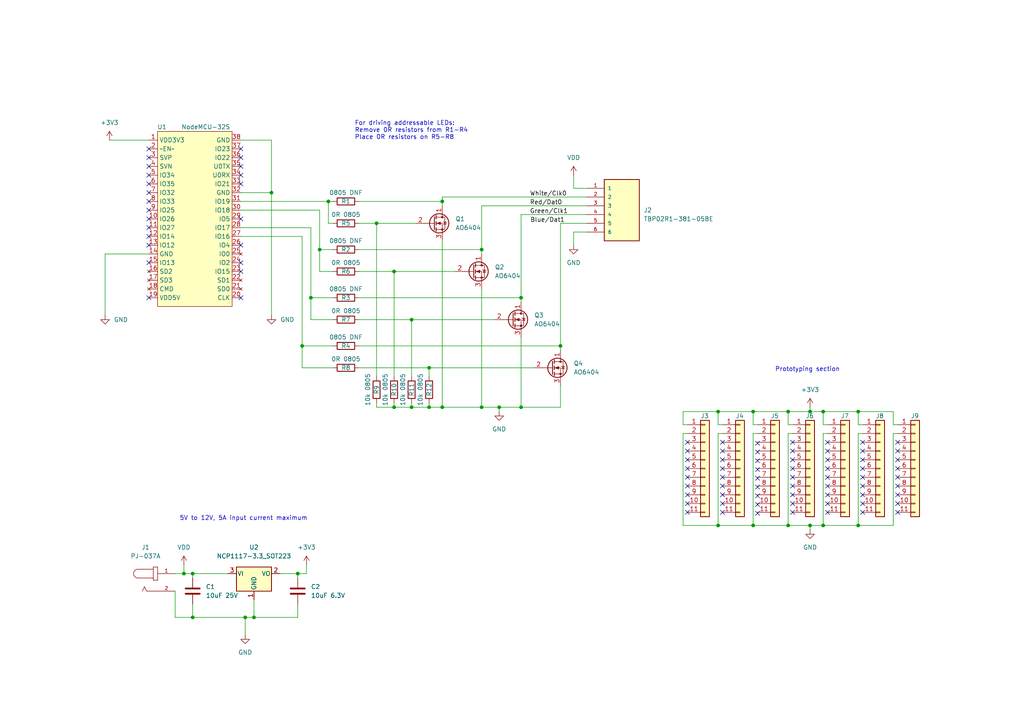
<source format=kicad_sch>
(kicad_sch (version 20211123) (generator eeschema)
  (paper "A4")
  (title_block (title "ESP32 LED driver board") (date "2022-01-01") (rev "1") (company "Matt Callaghan"))
  (lib_symbols
    (symbol "AO6404_1" (pin_names hide)
      (property "Reference" "Q" (at 5.08 2.54 0))
      (property "Value" "AO6404_1" (at 5.08 0 0))
      (symbol "AO6404_1_0_1"
        (circle (center -0.889 0) (radius 2.794) (stroke (width 0.254)))
        (circle (center 0 -1.778) (radius 0.254) (fill (type outline)))
        (polyline (pts (xy -2.286 0) (xy -5.08 0)))
        (polyline (pts (xy -2.286 1.905) (xy -2.286 -1.905)) (stroke (width 0.254)))
        (polyline (pts (xy -1.778 -1.27) (xy -1.778 -2.286)) (stroke (width 0.254)))
        (polyline (pts (xy -1.778 0.508) (xy -1.778 -0.508)) (stroke (width 0.254)))
        (polyline (pts (xy -1.778 2.286) (xy -1.778 1.27)) (stroke (width 0.254)))
        (polyline (pts (xy 0 2.54) (xy 0 1.778)))
        (polyline (pts (xy 0 -2.54) (xy 0 0) (xy -1.778 0)))
        (polyline (pts (xy -1.778 -1.778) (xy 0.762 -1.778) (xy 0.762 1.778) (xy -1.778 1.778)))
        (polyline (pts (xy -1.524 0) (xy -0.508 0.381) (xy -0.508 -0.381) (xy -1.524 0)) (fill (type outline)))
        (polyline (pts (xy 0.254 0.508) (xy 0.381 0.381) (xy 1.143 0.381) (xy 1.27 0.254)))
        (polyline (pts (xy 0.762 0.381) (xy 0.381 -0.254) (xy 1.143 -0.254) (xy 0.762 0.381)))
        (circle (center 0 1.778) (radius 0.254) (fill (type outline)))
      )
      (symbol "AO6404_1_1_1"
        (pin passive line (at 0 5.08 270) (length 2.54) (name "D") (number "1"))
        (pin input line (at -7.62 0 0) (length 2.54) (name "G") (number "2"))
        (pin passive line (at 0 -5.08 90) (length 2.54) (name "S") (number "3"))
      )
    )
    (symbol "Connector_Generic:Conn_01x11" (pin_names (offset 1.016) hide)
      (property "Reference" "J" (at 0 15.24 0))
      (property "Value" "Conn_01x11" (at 0 -15.24 0))
      (symbol "Conn_01x11_1_1"
        (rectangle (start -1.27 -12.573) (end 0 -12.827) (stroke (width 0.1524)))
        (rectangle (start -1.27 -10.033) (end 0 -10.287) (stroke (width 0.1524)))
        (rectangle (start -1.27 -7.493) (end 0 -7.747) (stroke (width 0.1524)))
        (rectangle (start -1.27 -4.953) (end 0 -5.207) (stroke (width 0.1524)))
        (rectangle (start -1.27 -2.413) (end 0 -2.667) (stroke (width 0.1524)))
        (rectangle (start -1.27 0.127) (end 0 -0.127) (stroke (width 0.1524)))
        (rectangle (start -1.27 2.667) (end 0 2.413) (stroke (width 0.1524)))
        (rectangle (start -1.27 5.207) (end 0 4.953) (stroke (width 0.1524)))
        (rectangle (start -1.27 7.747) (end 0 7.493) (stroke (width 0.1524)))
        (rectangle (start -1.27 10.287) (end 0 10.033) (stroke (width 0.1524)))
        (rectangle (start -1.27 12.827) (end 0 12.573) (stroke (width 0.1524)))
        (rectangle (start -1.27 13.97) (end 1.27 -13.97) (stroke (width 0.254)) (fill (type background)))
        (pin passive line (at -5.08 12.7 0) (length 3.81) (name "Pin_1") (number "1"))
        (pin passive line (at -5.08 -10.16 0) (length 3.81) (name "Pin_10") (number "10"))
        (pin passive line (at -5.08 -12.7 0) (length 3.81) (name "Pin_11") (number "11"))
        (pin passive line (at -5.08 10.16 0) (length 3.81) (name "Pin_2") (number "2"))
        (pin passive line (at -5.08 7.62 0) (length 3.81) (name "Pin_3") (number "3"))
        (pin passive line (at -5.08 5.08 0) (length 3.81) (name "Pin_4") (number "4"))
        (pin passive line (at -5.08 2.54 0) (length 3.81) (name "Pin_5") (number "5"))
        (pin passive line (at -5.08 0 0) (length 3.81) (name "Pin_6") (number "6"))
        (pin passive line (at -5.08 -2.54 0) (length 3.81) (name "Pin_7") (number "7"))
        (pin passive line (at -5.08 -5.08 0) (length 3.81) (name "Pin_8") (number "8"))
        (pin passive line (at -5.08 -7.62 0) (length 3.81) (name "Pin_9") (number "9"))
      )
    )
    (symbol "Device:C" (pin_numbers hide) (pin_names (offset 0.254))
      (property "Reference" "C" (at 0.635 2.54 0))
      (property "Value" "C" (at 0.635 -2.54 0))
      (symbol "C_0_1"
        (polyline (pts (xy -2.032 -0.762) (xy 2.032 -0.762)) (stroke (width 0.508)))
        (polyline (pts (xy -2.032 0.762) (xy 2.032 0.762)) (stroke (width 0.508)))
      )
      (symbol "C_1_1"
        (pin passive line (at 0 3.81 270) (length 2.794) (name "~") (number "1"))
        (pin passive line (at 0 -3.81 90) (length 2.794) (name "~") (number "2"))
      )
    )
    (symbol "Device:R" (pin_numbers hide) (pin_names (offset 0))
      (property "Reference" "R" (at 2.032 0 90))
      (property "Value" "R" (at 0 0 90))
      (symbol "R_0_1"
        (rectangle (start -1.016 -2.54) (end 1.016 2.54) (stroke (width 0.254)))
      )
      (symbol "R_1_1"
        (pin passive line (at 0 3.81 270) (length 1.27) (name "~") (number "1"))
        (pin passive line (at 0 -3.81 90) (length 1.27) (name "~") (number "2"))
      )
    )
    (symbol "Matts_Library:AO6404" (pin_names hide)
      (property "Reference" "Q" (at 5.08 2.54 0))
      (property "Value" "AO6404" (at 5.08 0 0))
      (symbol "AO6404_0_1"
        (circle (center -0.889 0) (radius 2.794) (stroke (width 0.254)))
        (circle (center 0 -1.778) (radius 0.254) (fill (type outline)))
        (polyline (pts (xy -2.286 0) (xy -5.08 0)))
        (polyline (pts (xy -2.286 1.905) (xy -2.286 -1.905)) (stroke (width 0.254)))
        (polyline (pts (xy -1.778 -1.27) (xy -1.778 -2.286)) (stroke (width 0.254)))
        (polyline (pts (xy -1.778 0.508) (xy -1.778 -0.508)) (stroke (width 0.254)))
        (polyline (pts (xy -1.778 2.286) (xy -1.778 1.27)) (stroke (width 0.254)))
        (polyline (pts (xy 0 2.54) (xy 0 1.778)))
        (polyline (pts (xy 0 -2.54) (xy 0 0) (xy -1.778 0)))
        (polyline (pts (xy -1.778 -1.778) (xy 0.762 -1.778) (xy 0.762 1.778) (xy -1.778 1.778)))
        (polyline (pts (xy -1.524 0) (xy -0.508 0.381) (xy -0.508 -0.381) (xy -1.524 0)) (fill (type outline)))
        (polyline (pts (xy 0.254 0.508) (xy 0.381 0.381) (xy 1.143 0.381) (xy 1.27 0.254)))
        (polyline (pts (xy 0.762 0.381) (xy 0.381 -0.254) (xy 1.143 -0.254) (xy 0.762 0.381)))
        (circle (center 0 1.778) (radius 0.254) (fill (type outline)))
      )
      (symbol "AO6404_1_1"
        (pin passive line (at 0 5.08 270) (length 2.54) (name "D") (number "1"))
        (pin input line (at -7.62 0 0) (length 2.54) (name "G") (number "2"))
        (pin passive line (at 0 -5.08 90) (length 2.54) (name "S") (number "3"))
      )
    )
    (symbol "Matts_Library:NodeMCU-32S"
      (property "Reference" "U" (at -10.16 25.4 0))
      (property "Value" "NodeMCU-32S" (at 2.54 25.4 0))
      (symbol "NodeMCU-32S_0_0"
        (pin bidirectional line (at -13.97 6.35 0) (length 2.54) (name "IO32") (number "7"))
      )
      (symbol "NodeMCU-32S_0_1"
        (rectangle (start -11.43 24.13) (end 10.16 -26.67) (fill (type background)))
      )
      (symbol "NodeMCU-32S_1_1"
        (pin power_in line (at -13.97 21.59 0) (length 2.54) (name "VDD3V3") (number "1"))
        (pin bidirectional line (at -13.97 -1.27 0) (length 2.54) (name "IO26") (number "10"))
        (pin bidirectional line (at -13.97 -3.81 0) (length 2.54) (name "IO27") (number "11"))
        (pin bidirectional line (at -13.97 -6.35 0) (length 2.54) (name "IO14") (number "12"))
        (pin bidirectional line (at -13.97 -8.89 0) (length 2.54) (name "IO12") (number "13"))
        (pin power_in line (at -13.97 -11.43 0) (length 2.54) (name "GND") (number "14"))
        (pin power_in line (at -13.97 -13.97 0) (length 2.54) (name "IO13") (number "15"))
        (pin no_connect line (at -13.97 -16.51 0) (length 2.54) (name "SD2") (number "16"))
        (pin no_connect line (at -13.97 -19.05 0) (length 2.54) (name "SD3") (number "17"))
        (pin no_connect line (at -13.97 -21.59 0) (length 2.54) (name "CMD") (number "18"))
        (pin power_in line (at -13.97 -24.13 0) (length 2.54) (name "VDD5V") (number "19"))
        (pin input line (at -13.97 19.05 0) (length 2.54) (name "~EN~") (number "2"))
        (pin bidirectional line (at 12.7 -24.13 180) (length 2.54) (name "CLK") (number "20"))
        (pin no_connect line (at 12.7 -21.59 180) (length 2.54) (name "SD0") (number "21"))
        (pin no_connect line (at 12.7 -19.05 180) (length 2.54) (name "SD1") (number "22"))
        (pin bidirectional line (at 12.7 -16.51 180) (length 2.54) (name "IO15") (number "23"))
        (pin bidirectional line (at 12.7 -13.97 180) (length 2.54) (name "IO2") (number "24"))
        (pin no_connect line (at 12.7 -11.43 180) (length 2.54) (name "IO0") (number "25"))
        (pin bidirectional line (at 12.7 -8.89 180) (length 2.54) (name "IO4") (number "26"))
        (pin bidirectional line (at 12.7 -6.35 180) (length 2.54) (name "IO16") (number "27"))
        (pin bidirectional line (at 12.7 -3.81 180) (length 2.54) (name "IO17") (number "28"))
        (pin bidirectional line (at 12.7 -1.27 180) (length 2.54) (name "IO5") (number "29"))
        (pin bidirectional line (at -13.97 16.51 0) (length 2.54) (name "SVP") (number "3"))
        (pin bidirectional line (at 12.7 1.27 180) (length 2.54) (name "IO18") (number "30"))
        (pin bidirectional line (at 12.7 3.81 180) (length 2.54) (name "IO19") (number "31"))
        (pin power_in line (at 12.7 6.35 180) (length 2.54) (name "GND") (number "32"))
        (pin bidirectional line (at 12.7 8.89 180) (length 2.54) (name "IO21") (number "33"))
        (pin bidirectional line (at 12.7 11.43 180) (length 2.54) (name "U0RX") (number "34"))
        (pin bidirectional line (at 12.7 13.97 180) (length 2.54) (name "U0TX") (number "35"))
        (pin bidirectional line (at 12.7 16.51 180) (length 2.54) (name "IO22") (number "36"))
        (pin bidirectional line (at 12.7 19.05 180) (length 2.54) (name "IO23") (number "37"))
        (pin power_in line (at 12.7 21.59 180) (length 2.54) (name "GND") (number "38"))
        (pin bidirectional line (at -13.97 13.97 0) (length 2.54) (name "SVN") (number "4"))
        (pin bidirectional line (at -13.97 11.43 0) (length 2.54) (name "IO34") (number "5"))
        (pin bidirectional line (at -13.97 8.89 0) (length 2.54) (name "IO35") (number "6"))
        (pin bidirectional line (at -13.97 3.81 0) (length 2.54) (name "IO33") (number "8"))
        (pin bidirectional line (at -13.97 1.27 0) (length 2.54) (name "IO25") (number "9"))
      )
    )
    (symbol "Matts_Library:PJ-037A" (pin_names (offset 1.016) hide)
      (property "Reference" "J" (at -7.62 5.08 0))
      (property "Value" "PJ-037A" (at -7.62 -5.08 0))
      (symbol "PJ-037A_0_0"
        (arc (start -5.715 3.81) (mid -6.985 2.54) (end -5.715 1.27) (stroke (width 0.1524)))
        (polyline (pts (xy -5.715 3.81) (xy -1.27 3.81)) (stroke (width 0.1524)))
        (polyline (pts (xy -3.81 -1.27) (xy -4.445 -2.54)) (stroke (width 0.1524)))
        (polyline (pts (xy -3.175 -2.54) (xy -3.81 -1.27)) (stroke (width 0.1524)))
        (polyline (pts (xy -1.27 0.635) (xy 0 0.635)) (stroke (width 0.1524)))
        (polyline (pts (xy -1.27 1.27) (xy -5.715 1.27)) (stroke (width 0.1524)))
        (polyline (pts (xy -1.27 1.27) (xy -1.27 0.635)) (stroke (width 0.1524)))
        (polyline (pts (xy -1.27 3.81) (xy -1.27 1.27)) (stroke (width 0.1524)))
        (polyline (pts (xy -1.27 4.445) (xy -1.27 3.81)) (stroke (width 0.1524)))
        (polyline (pts (xy 0 -2.54) (xy -3.175 -2.54)) (stroke (width 0.1524)))
        (polyline (pts (xy 0 0.635) (xy 0 4.445)) (stroke (width 0.1524)))
        (polyline (pts (xy 0 4.445) (xy -1.27 4.445)) (stroke (width 0.1524)))
        (pin passive line (at 5.08 2.54 180) (length 5.08) (name "~") (number "1"))
        (pin passive line (at 5.08 -2.54 180) (length 5.08) (name "~") (number "2"))
      )
    )
    (symbol "Matts_Library:TBP02R1-381-06BE" (pin_names (offset 1.016))
      (property "Reference" "J" (at -5.588 10.16 0))
      (property "Value" "TBP02R1-381-06BE" (at -5.08 -10.16 0))
      (symbol "TBP02R1-381-06BE_0_0"
        (rectangle (start -5.08 -7.62) (end 5.08 10.16) (stroke (width 0.254)) (fill (type background)))
        (pin passive line (at -10.16 7.62 0) (length 5.08) (name "1") (number "1"))
        (pin passive line (at -10.16 5.08 0) (length 5.08) (name "2") (number "2"))
        (pin passive line (at -10.16 2.54 0) (length 5.08) (name "3") (number "3"))
        (pin passive line (at -10.16 0 0) (length 5.08) (name "4") (number "4"))
        (pin passive line (at -10.16 -2.54 0) (length 5.08) (name "5") (number "5"))
        (pin passive line (at -10.16 -5.08 0) (length 5.08) (name "6") (number "6"))
      )
    )
    (symbol "Regulator_Linear:NCP1117-3.3_SOT223" (pin_names (offset 0.254))
      (property "Reference" "U" (at -3.81 3.175 0))
      (property "Value" "NCP1117-3.3_SOT223" (at 0 3.175 0))
      (symbol "NCP1117-3.3_SOT223_0_1"
        (rectangle (start -5.08 -5.08) (end 5.08 1.905) (stroke (width 0.254)) (fill (type background)))
      )
      (symbol "NCP1117-3.3_SOT223_1_1"
        (pin power_in line (at 0 -7.62 90) (length 2.54) (name "GND") (number "1"))
        (pin power_out line (at 7.62 0 180) (length 2.54) (name "VO") (number "2"))
        (pin power_in line (at -7.62 0 0) (length 2.54) (name "VI") (number "3"))
      )
    )
    (symbol "power:+3V3" (power) (pin_names (offset 0))
      (property "Value" "+3V3" (at 0 3.556 0))
      (symbol "+3V3_0_1"
        (polyline (pts (xy -0.762 1.27) (xy 0 2.54)))
        (polyline (pts (xy 0 0) (xy 0 2.54)))
        (polyline (pts (xy 0 2.54) (xy 0.762 1.27)))
      )
      (symbol "+3V3_1_1"
        (pin power_in line (at 0 0 90) (length 0) hide (name "+3V3") (number "1"))
      )
    )
    (symbol "power:GND" (power) (pin_names (offset 0))
      (property "Value" "GND" (at 0 -3.81 0))
      (symbol "GND_0_1"
        (polyline (pts (xy 0 0) (xy 0 -1.27) (xy 1.27 -1.27) (xy 0 -2.54) (xy -1.27 -1.27) (xy 0 -1.27)))
      )
      (symbol "GND_1_1"
        (pin power_in line (at 0 0 270) (length 0) hide (name "GND") (number "1"))
      )
    )
    (symbol "power:VDD" (power) (pin_names (offset 0))
      (property "Value" "VDD" (at 0 3.81 0))
      (symbol "VDD_0_1"
        (polyline (pts (xy -0.762 1.27) (xy 0 2.54)))
        (polyline (pts (xy 0 0) (xy 0 2.54)))
        (polyline (pts (xy 0 2.54) (xy 0.762 1.27)))
      )
      (symbol "VDD_1_1"
        (pin power_in line (at 0 0 90) (length 0) hide (name "VDD") (number "1"))
      )
    )
  )
  (junction (at 218.44 119.38))
  (junction (at 248.92 152.4))
  (junction (at 73.66 179.07))
  (junction (at 55.88 179.07))
  (junction (at 151.13 118.11))
  (junction (at 92.71 72.39))
  (junction (at 234.95 119.38))
  (junction (at 144.78 118.11))
  (junction (at 114.3 118.11))
  (junction (at 53.34 166.37))
  (junction (at 90.17 86.36))
  (junction (at 228.6 119.38))
  (junction (at 208.28 152.4))
  (junction (at 71.12 179.07))
  (junction (at 208.28 119.38))
  (junction (at 109.22 64.77))
  (junction (at 124.46 106.68))
  (junction (at 162.56 100.33))
  (junction (at 128.27 58.42))
  (junction (at 238.76 152.4))
  (junction (at 238.76 119.38))
  (junction (at 218.44 152.4))
  (junction (at 119.38 92.71))
  (junction (at 87.63 100.33))
  (junction (at 95.25 58.42))
  (junction (at 78.74 55.88))
  (junction (at 86.36 166.37))
  (junction (at 151.13 86.36))
  (junction (at 119.38 118.11))
  (junction (at 139.7 118.11))
  (junction (at 139.7 72.39))
  (junction (at 248.92 119.38))
  (junction (at 234.95 152.4))
  (junction (at 114.3 78.74))
  (junction (at 228.6 152.4))
  (junction (at 128.27 118.11))
  (junction (at 124.46 118.11))
  (junction (at 55.88 166.37))
  (no_connect (at 240.03 130.8388))
  (no_connect (at 240.03 148.6188))
  (no_connect (at 209.55 146.05))
  (no_connect (at 240.03 135.9188))
  (no_connect (at 209.55 138.43))
  (no_connect (at 250.19 135.89))
  (no_connect (at 199.39 128.27))
  (no_connect (at 199.39 133.35))
  (no_connect (at 199.39 138.43))
  (no_connect (at 199.39 135.89))
  (no_connect (at 199.39 130.81))
  (no_connect (at 199.39 143.51))
  (no_connect (at 199.39 146.05))
  (no_connect (at 199.39 148.59))
  (no_connect (at 199.39 140.97))
  (no_connect (at 229.87 146.05))
  (no_connect (at 229.87 135.89))
  (no_connect (at 260.35 128.27))
  (no_connect (at 209.55 143.51))
  (no_connect (at 260.35 130.81))
  (no_connect (at 260.35 135.89))
  (no_connect (at 240.03 140.9988))
  (no_connect (at 209.55 148.59))
  (no_connect (at 209.55 140.97))
  (no_connect (at 219.71 148.8726))
  (no_connect (at 240.03 133.3788))
  (no_connect (at 250.19 128.27))
  (no_connect (at 219.71 131.0926))
  (no_connect (at 240.03 138.4588))
  (no_connect (at 260.35 140.97))
  (no_connect (at 260.35 146.05))
  (no_connect (at 209.55 128.27))
  (no_connect (at 260.35 133.35))
  (no_connect (at 260.35 148.59))
  (no_connect (at 229.87 148.59))
  (no_connect (at 229.87 133.35))
  (no_connect (at 209.55 133.35))
  (no_connect (at 219.71 136.1726))
  (no_connect (at 209.55 135.89))
  (no_connect (at 229.87 130.81))
  (no_connect (at 209.55 130.81))
  (no_connect (at 229.87 143.51))
  (no_connect (at 250.19 146.05))
  (no_connect (at 250.19 138.43))
  (no_connect (at 240.03 143.5388))
  (no_connect (at 219.71 138.7126))
  (no_connect (at 219.71 143.7926))
  (no_connect (at 219.71 141.2526))
  (no_connect (at 250.19 148.59))
  (no_connect (at 240.03 146.0788))
  (no_connect (at 43.18 43.18))
  (no_connect (at 43.18 45.72))
  (no_connect (at 43.18 48.26))
  (no_connect (at 43.18 50.8))
  (no_connect (at 43.18 58.42))
  (no_connect (at 43.18 60.96))
  (no_connect (at 43.18 63.5))
  (no_connect (at 43.18 66.04))
  (no_connect (at 43.18 55.88))
  (no_connect (at 43.18 53.34))
  (no_connect (at 69.85 86.36))
  (no_connect (at 43.18 71.12))
  (no_connect (at 43.18 68.58))
  (no_connect (at 43.18 86.36))
  (no_connect (at 43.18 76.2))
  (no_connect (at 219.71 146.3326))
  (no_connect (at 260.35 143.51))
  (no_connect (at 229.87 138.43))
  (no_connect (at 260.35 138.43))
  (no_connect (at 69.85 71.12))
  (no_connect (at 69.85 78.74))
  (no_connect (at 69.85 63.5))
  (no_connect (at 69.85 76.2))
  (no_connect (at 69.85 43.18))
  (no_connect (at 69.85 53.34))
  (no_connect (at 69.85 50.8))
  (no_connect (at 69.85 48.26))
  (no_connect (at 69.85 45.72))
  (no_connect (at 250.19 143.51))
  (no_connect (at 219.71 128.5526))
  (no_connect (at 250.19 130.81))
  (no_connect (at 219.71 133.6326))
  (no_connect (at 229.87 128.27))
  (no_connect (at 250.19 133.35))
  (no_connect (at 229.87 140.97))
  (no_connect (at 250.19 140.97))
  (no_connect (at 240.03 128.2988))
  (wire (pts (xy 92.71 72.39) (xy 96.52 72.39)))
  (wire (pts (xy 162.56 111.76) (xy 162.56 118.11)))
  (wire (pts (xy 198.12 152.4) (xy 208.28 152.4)))
  (wire (pts (xy 248.92 125.73) (xy 248.92 152.4)))
  (wire (pts (xy 87.63 100.33) (xy 87.63 106.68)))
  (wire (pts (xy 240.03 125.73) (xy 238.76 125.73)))
  (wire (pts (xy 248.92 123.19) (xy 248.92 119.38)))
  (wire (pts (xy 88.9 163.83) (xy 88.9 166.37)))
  (wire (pts (xy 228.6 119.38) (xy 234.95 119.38)))
  (wire (pts (xy 78.74 40.64) (xy 78.74 55.88)))
  (wire (pts (xy 128.27 118.11) (xy 139.7 118.11)))
  (wire (pts (xy 87.63 100.33) (xy 96.52 100.33)))
  (wire (pts (xy 90.17 86.36) (xy 96.52 86.36)))
  (wire (pts (xy 104.14 58.42) (xy 128.27 58.42)))
  (wire (pts (xy 50.8 171.45) (xy 50.8 179.07)))
  (wire (pts (xy 95.25 58.42) (xy 95.25 64.77)))
  (wire (pts (xy 259.08 123.19) (xy 259.08 119.38)))
  (wire (pts (xy 139.7 72.39) (xy 139.7 73.66)))
  (wire (pts (xy 87.63 68.58) (xy 87.63 100.33)))
  (wire (pts (xy 198.12 125.73) (xy 198.12 152.4)))
  (wire (pts (xy 30.48 73.66) (xy 43.18 73.66)))
  (wire (pts (xy 50.8 166.37) (xy 53.34 166.37)))
  (wire (pts (xy 144.78 118.11) (xy 151.13 118.11)))
  (wire (pts (xy 104.14 64.77) (xy 109.22 64.77)))
  (wire (pts (xy 95.25 58.42) (xy 96.52 58.42)))
  (wire (pts (xy 114.3 116.84) (xy 114.3 118.11)))
  (wire (pts (xy 81.28 166.37) (xy 86.36 166.37)))
  (wire (pts (xy 139.7 72.39) (xy 139.7 59.69)))
  (wire (pts (xy 250.19 123.19) (xy 248.92 123.19)))
  (wire (pts (xy 124.46 106.68) (xy 154.94 106.68)))
  (wire (pts (xy 166.37 50.8) (xy 166.37 54.61)))
  (wire (pts (xy 209.55 123.19) (xy 208.28 123.19)))
  (wire (pts (xy 31.75 40.64) (xy 43.18 40.64)))
  (wire (pts (xy 260.35 125.73) (xy 259.08 125.73)))
  (wire (pts (xy 114.3 78.74) (xy 114.3 109.22)))
  (wire (pts (xy 114.3 78.74) (xy 132.08 78.74)))
  (wire (pts (xy 96.52 64.77) (xy 95.25 64.77)))
  (wire (pts (xy 128.27 57.15) (xy 128.27 58.42)))
  (wire (pts (xy 166.37 67.31) (xy 170.18 67.31)))
  (wire (pts (xy 234.95 152.4) (xy 234.95 153.67)))
  (wire (pts (xy 69.85 60.96) (xy 92.71 60.96)))
  (wire (pts (xy 128.27 69.85) (xy 128.27 118.11)))
  (wire (pts (xy 151.13 86.36) (xy 151.13 62.23)))
  (wire (pts (xy 238.76 123.19) (xy 238.76 119.38)))
  (wire (pts (xy 198.12 119.38) (xy 208.28 119.38)))
  (wire (pts (xy 69.85 58.42) (xy 95.25 58.42)))
  (wire (pts (xy 88.9 166.37) (xy 86.36 166.37)))
  (wire (pts (xy 86.36 167.64) (xy 86.36 166.37)))
  (wire (pts (xy 139.7 83.82) (xy 139.7 118.11)))
  (wire (pts (xy 55.88 166.37) (xy 66.04 166.37)))
  (wire (pts (xy 78.74 91.44) (xy 78.74 55.88)))
  (wire (pts (xy 250.19 125.73) (xy 248.92 125.73)))
  (wire (pts (xy 208.28 125.73) (xy 208.28 152.4)))
  (wire (pts (xy 92.71 60.96) (xy 92.71 72.39)))
  (wire (pts (xy 218.44 123.19) (xy 218.44 119.38)))
  (wire (pts (xy 50.8 179.07) (xy 55.88 179.07)))
  (wire (pts (xy 166.37 71.12) (xy 166.37 67.31)))
  (wire (pts (xy 92.71 72.39) (xy 92.71 78.74)))
  (wire (pts (xy 234.95 152.4) (xy 238.76 152.4)))
  (wire (pts (xy 139.7 118.11) (xy 144.78 118.11)))
  (wire (pts (xy 151.13 62.23) (xy 170.18 62.23)))
  (wire (pts (xy 90.17 66.04) (xy 90.17 86.36)))
  (wire (pts (xy 119.38 92.71) (xy 119.38 109.22)))
  (wire (pts (xy 208.28 119.38) (xy 208.28 123.19)))
  (wire (pts (xy 209.55 125.73) (xy 208.28 125.73)))
  (wire (pts (xy 73.66 173.99) (xy 73.66 179.07)))
  (wire (pts (xy 119.38 116.84) (xy 119.38 118.11)))
  (wire (pts (xy 104.14 106.68) (xy 124.46 106.68)))
  (wire (pts (xy 124.46 118.11) (xy 128.27 118.11)))
  (wire (pts (xy 104.14 72.39) (xy 139.7 72.39)))
  (wire (pts (xy 109.22 64.77) (xy 120.65 64.77)))
  (wire (pts (xy 240.03 123.19) (xy 238.76 123.19)))
  (wire (pts (xy 151.13 118.11) (xy 162.56 118.11)))
  (wire (pts (xy 229.87 123.19) (xy 228.6 123.19)))
  (wire (pts (xy 124.46 106.68) (xy 124.46 109.22)))
  (wire (pts (xy 162.56 64.77) (xy 162.56 100.33)))
  (wire (pts (xy 248.92 119.38) (xy 259.08 119.38)))
  (wire (pts (xy 53.34 166.37) (xy 55.88 166.37)))
  (wire (pts (xy 69.85 68.58) (xy 87.63 68.58)))
  (wire (pts (xy 218.44 119.38) (xy 228.6 119.38)))
  (wire (pts (xy 90.17 92.71) (xy 96.52 92.71)))
  (wire (pts (xy 109.22 118.11) (xy 114.3 118.11)))
  (wire (pts (xy 151.13 97.79) (xy 151.13 118.11)))
  (wire (pts (xy 162.56 100.33) (xy 162.56 101.6)))
  (wire (pts (xy 73.66 179.07) (xy 86.36 179.07)))
  (wire (pts (xy 71.12 179.07) (xy 73.66 179.07)))
  (wire (pts (xy 92.71 78.74) (xy 96.52 78.74)))
  (wire (pts (xy 228.6 125.73) (xy 228.6 152.4)))
  (wire (pts (xy 55.88 179.07) (xy 71.12 179.07)))
  (wire (pts (xy 90.17 86.36) (xy 90.17 92.71)))
  (wire (pts (xy 219.71 123.19) (xy 218.44 123.19)))
  (wire (pts (xy 128.27 58.42) (xy 128.27 59.69)))
  (wire (pts (xy 238.76 119.38) (xy 248.92 119.38)))
  (wire (pts (xy 124.46 116.84) (xy 124.46 118.11)))
  (wire (pts (xy 144.78 118.11) (xy 144.78 119.38)))
  (wire (pts (xy 228.6 152.4) (xy 234.95 152.4)))
  (wire (pts (xy 199.39 125.73) (xy 198.12 125.73)))
  (wire (pts (xy 219.71 125.73) (xy 218.44 125.73)))
  (wire (pts (xy 234.95 119.38) (xy 234.95 118.11)))
  (wire (pts (xy 30.48 91.44) (xy 30.48 73.66)))
  (wire (pts (xy 86.36 175.26) (xy 86.36 179.07)))
  (wire (pts (xy 104.14 78.74) (xy 114.3 78.74)))
  (wire (pts (xy 55.88 167.64) (xy 55.88 166.37)))
  (wire (pts (xy 248.92 152.4) (xy 259.08 152.4)))
  (wire (pts (xy 166.37 54.61) (xy 170.18 54.61)))
  (wire (pts (xy 114.3 118.11) (xy 119.38 118.11)))
  (wire (pts (xy 170.18 57.15) (xy 128.27 57.15)))
  (wire (pts (xy 218.44 125.73) (xy 218.44 152.4)))
  (wire (pts (xy 55.88 175.26) (xy 55.88 179.07)))
  (wire (pts (xy 238.76 125.73) (xy 238.76 152.4)))
  (wire (pts (xy 109.22 116.84) (xy 109.22 118.11)))
  (wire (pts (xy 218.44 152.4) (xy 228.6 152.4)))
  (wire (pts (xy 87.63 106.68) (xy 96.52 106.68)))
  (wire (pts (xy 198.12 123.19) (xy 198.12 119.38)))
  (wire (pts (xy 199.39 123.19) (xy 198.12 123.19)))
  (wire (pts (xy 259.08 125.73) (xy 259.08 152.4)))
  (wire (pts (xy 228.6 123.19) (xy 228.6 119.38)))
  (wire (pts (xy 119.38 118.11) (xy 124.46 118.11)))
  (wire (pts (xy 104.14 92.71) (xy 119.38 92.71)))
  (wire (pts (xy 151.13 86.36) (xy 151.13 87.63)))
  (wire (pts (xy 229.87 125.73) (xy 228.6 125.73)))
  (wire (pts (xy 71.12 179.07) (xy 71.12 184.15)))
  (wire (pts (xy 104.14 100.33) (xy 162.56 100.33)))
  (wire (pts (xy 104.14 86.36) (xy 151.13 86.36)))
  (wire (pts (xy 53.34 163.83) (xy 53.34 166.37)))
  (wire (pts (xy 119.38 92.71) (xy 143.51 92.71)))
  (wire (pts (xy 260.35 123.19) (xy 259.08 123.19)))
  (wire (pts (xy 109.22 109.22) (xy 109.22 64.77)))
  (wire (pts (xy 162.56 64.77) (xy 170.18 64.77)))
  (wire (pts (xy 238.76 152.4) (xy 248.92 152.4)))
  (wire (pts (xy 208.28 119.38) (xy 218.44 119.38)))
  (wire (pts (xy 69.85 40.64) (xy 78.74 40.64)))
  (wire (pts (xy 234.95 119.38) (xy 238.76 119.38)))
  (wire (pts (xy 69.85 66.04) (xy 90.17 66.04)))
  (wire (pts (xy 139.7 59.69) (xy 170.18 59.69)))
  (wire (pts (xy 78.74 55.88) (xy 69.85 55.88)))
  (wire (pts (xy 208.28 152.4) (xy 218.44 152.4)))
  (text "For driving addressable LEDs:\nRemove 0R resistors from R1-R4\nPlace 0R resistors on R5-R8" (at 102.87 40.64 0) (effects (font (size 1.27 1.27)) (justify left bottom)))
  (text "5V to 12V, 5A input current maximum" (at 52.07 151.13 0) (effects (font (size 1.27 1.27)) (justify left bottom)))
  (text "Prototyping section" (at 224.79 107.95 0) (effects (font (size 1.27 1.27)) (justify left bottom)))
  (label "Red{slash}Dat0" (at 153.67 59.69 0))
  (label "White{slash}Clk0" (at 153.67 57.15 0))
  (label "Blue{slash}Dat1" (at 163.83 64.77 180))
  (label "Green{slash}Clk1" (at 153.67 62.23 0))
  (symbol (lib_id "Device:C") (at 55.88 171.45 0) (unit 1)
    (property "Reference" "C1" (at 59.69 170.1799 0) (effects (justify left)))
    (property "Value" "10uF 25V" (at 59.69 172.7199 0) (effects (justify left)))
    (property "Footprint" "Capacitor_SMD:C_0805_2012Metric" (effects hide))
  )
  (symbol (lib_id "power:+3V3") (at 31.75 40.64 0) (unit 1)
    (property "Reference" "#PWR0104" (effects hide))
    (property "Value" "+3V3" (at 31.75 35.56 0))
  )
  (symbol (lib_id "power:GND") (at 234.95 153.67 0) (unit 1)
    (property "Reference" "#PWR02" (effects hide))
    (property "Value" "GND" (at 234.95 158.75 0))
  )
  (symbol (lib_id "power:VDD") (at 166.37 50.8 0) (unit 1)
    (property "Reference" "#PWR0106" (effects hide))
    (property "Value" "VDD" (at 166.37 45.72 0))
  )
  (symbol (lib_name "AO6404_1") (lib_id "Matts_Library:AO6404") (at 128.27 64.77 0) (unit 1)
    (property "Reference" "Q1" (at 132.08 63.4999 0) (effects (justify left)))
    (property "Value" "AO6404" (at 132.08 66.0399 0) (effects (justify left)))
    (property "Footprint" "Matts_Library:AO6404" (effects hide))
    (property "Datasheet" "http://aosmd.com/res/data_sheets/AO6404.pdf" (effects hide))
  )
  (symbol (lib_id "Matts_Library:TBP02R1-381-06BE") (at 180.34 62.23 0) (unit 1)
    (property "Reference" "J2" (at 186.69 60.9599 0) (effects (justify left)))
    (property "Value" "TBP02R1-381-05BE" (at 186.69 63.4999 0) (effects (justify left)))
    (property "Footprint" "Matts_Library:CUI_TBP02R1-381-06BE" (effects hide))
    (property "STANDARD" "Manufacturer Recommendations" (effects hide))
    (property "MANUFACTURER" "CUI" (effects hide))
  )
  (symbol (lib_id "Matts_Library:PJ-037A") (at 45.72 168.91 0) (unit 1)
    (property "Reference" "J1" (at 42.2275 158.75 0))
    (property "Value" "PJ-037A" (at 42.2275 161.29 0))
    (property "Footprint" "Matts_Library:CUI_PJ-037A" (effects hide))
    (property "STANDARD" "Manufacturer recommendations" (effects hide))
    (property "MANUFACTURER" "CUI INC" (effects hide))
  )
  (symbol (lib_id "Matts_Library:AO6404") (at 151.13 92.71 0) (unit 1)
    (property "Reference" "Q3" (at 154.94 91.4399 0) (effects (justify left)))
    (property "Value" "AO6404" (at 154.94 93.9799 0) (effects (justify left)))
    (property "Footprint" "Matts_Library:AO6404" (effects hide))
    (property "Datasheet" "http://aosmd.com/res/data_sheets/AO6404.pdf" (effects hide))
  )
  (symbol (lib_id "Device:R") (at 100.33 78.74 90) (unit 1)
    (property "Reference" "R6" (at 100.33 78.74 90))
    (property "Value" "0R 0805" (at 100.33 76.2 90))
    (property "Footprint" "Resistor_SMD:R_0805_2012Metric" (effects hide))
  )
  (symbol (lib_id "power:GND") (at 71.12 184.15 0) (unit 1)
    (property "Reference" "#PWR0103" (effects hide))
    (property "Value" "GND" (at 71.12 189.23 0))
  )
  (symbol (lib_id "power:+3V3") (at 234.95 118.11 0) (unit 1)
    (property "Reference" "#PWR01" (effects hide))
    (property "Value" "+3V3" (at 234.95 113.03 0))
  )
  (symbol (lib_id "Matts_Library:NodeMCU-32S") (at 57.15 62.23 0) (unit 1)
    (property "Reference" "U1" (at 46.99 36.83 0))
    (property "Value" "NodeMCU-32S" (at 59.69 36.83 0))
    (property "Footprint" "Matts_Library:NodeMCU-32S" (effects hide))
    (property "Datasheet" "https://www.shenzhen2u.com/NodeMCU-32S" (effects hide))
  )
  (symbol (lib_id "Device:R") (at 109.22 113.03 180) (unit 1)
    (property "Reference" "R9" (at 109.22 113.03 90))
    (property "Value" "10k 0805" (at 106.68 113.03 90))
    (property "Footprint" "Resistor_SMD:R_0805_2012Metric" (effects hide))
  )
  (symbol (lib_id "power:VDD") (at 53.34 163.83 0) (unit 1)
    (property "Reference" "#PWR0102" (effects hide))
    (property "Value" "VDD" (at 53.34 158.75 0))
  )
  (symbol (lib_id "Connector_Generic:Conn_01x11") (at 255.27 135.89 0) (unit 1)
    (property "Reference" "J8" (at 254 120.65 0) (effects (justify left)))
    (property "Value" "Conn_01x11" (effects hide))
    (property "Footprint" "Matts_Library:PinHeader_1x11_P2.54mm_Vertical" (effects hide))
  )
  (symbol (lib_id "power:+3V3") (at 88.9 163.83 0) (unit 1)
    (property "Reference" "#PWR0101" (effects hide))
    (property "Value" "+3V3" (at 88.9 158.75 0))
  )
  (symbol (lib_id "Matts_Library:AO6404") (at 162.56 106.68 0) (unit 1)
    (property "Reference" "Q4" (at 166.37 105.4099 0) (effects (justify left)))
    (property "Value" "AO6404" (at 166.37 107.9499 0) (effects (justify left)))
    (property "Footprint" "Matts_Library:AO6404" (effects hide))
    (property "Datasheet" "http://aosmd.com/res/data_sheets/AO6404.pdf" (effects hide))
  )
  (symbol (lib_id "Matts_Library:AO6404") (at 139.7 78.74 0) (unit 1)
    (property "Reference" "Q2" (at 143.51 77.4699 0) (effects (justify left)))
    (property "Value" "AO6404" (at 143.51 80.0099 0) (effects (justify left)))
    (property "Footprint" "Matts_Library:AO6404" (effects hide))
    (property "Datasheet" "http://aosmd.com/res/data_sheets/AO6404.pdf" (effects hide))
  )
  (symbol (lib_id "Device:C") (at 86.36 171.45 0) (unit 1)
    (property "Reference" "C2" (at 90.17 170.1799 0) (effects (justify left)))
    (property "Value" "10uF 6.3V" (at 90.17 172.7199 0) (effects (justify left)))
    (property "Footprint" "Capacitor_SMD:C_0603_1608Metric" (effects hide))
  )
  (symbol (lib_id "Regulator_Linear:NCP1117-3.3_SOT223") (at 73.66 166.37 0) (unit 1)
    (property "Reference" "U2" (at 73.66 158.75 0))
    (property "Value" "NCP1117-3.3_SOT223" (at 73.66 161.29 0))
    (property "Footprint" "Package_TO_SOT_SMD:SOT-223-3_TabPin2" (effects hide))
    (property "Datasheet" "http://www.onsemi.com/pub_link/Collateral/NCP1117-D.PDF" (effects hide))
  )
  (symbol (lib_id "Connector_Generic:Conn_01x11") (at 234.95 135.89 0) (unit 1)
    (property "Reference" "J6" (at 233.68 120.65 0) (effects (justify left)))
    (property "Value" "Conn_01x11" (effects hide))
    (property "Footprint" "Matts_Library:PinHeader_1x11_P2.54mm_Vertical" (effects hide))
  )
  (symbol (lib_id "power:GND") (at 144.78 119.38 0) (unit 1)
    (property "Reference" "#PWR0105" (effects hide))
    (property "Value" "GND" (at 144.78 124.46 0))
  )
  (symbol (lib_id "Connector_Generic:Conn_01x11") (at 214.63 135.89 0) (unit 1)
    (property "Reference" "J4" (at 213.36 120.65 0) (effects (justify left)))
    (property "Value" "Conn_01x11" (effects hide))
    (property "Footprint" "Matts_Library:PinHeader_1x11_P2.54mm_Vertical" (effects hide))
  )
  (symbol (lib_id "Device:R") (at 114.3 113.03 180) (unit 1)
    (property "Reference" "R10" (at 114.3 113.03 90))
    (property "Value" "10k 0805" (at 111.76 113.03 90))
    (property "Footprint" "Resistor_SMD:R_0805_2012Metric" (effects hide))
  )
  (symbol (lib_id "Connector_Generic:Conn_01x11") (at 265.43 135.89 0) (unit 1)
    (property "Reference" "J9" (at 264.16 120.65 0) (effects (justify left)))
    (property "Value" "Conn_01x11" (effects hide))
    (property "Footprint" "Matts_Library:PinHeader_1x11_P2.54mm_Vertical" (effects hide))
  )
  (symbol (lib_id "Device:R") (at 100.33 86.36 90) (unit 1) (in_bom no)
    (property "Reference" "R3" (at 100.33 86.36 90))
    (property "Value" "0805 DNF" (at 100.33 83.82 90))
    (property "Footprint" "Resistor_SMD:R_0805_2012Metric" (effects hide))
  )
  (symbol (lib_id "Connector_Generic:Conn_01x11") (at 204.47 135.89 0) (unit 1)
    (property "Reference" "J3" (at 203.2 120.65 0) (effects (justify left)))
    (property "Value" "Conn_01x11" (effects hide))
    (property "Footprint" "Matts_Library:PinHeader_1x11_P2.54mm_Vertical" (effects hide))
  )
  (symbol (lib_id "Device:R") (at 100.33 72.39 90) (unit 1) (in_bom no)
    (property "Reference" "R2" (at 100.33 72.39 90))
    (property "Value" "0805 DNF" (at 100.33 69.85 90))
    (property "Footprint" "Resistor_SMD:R_0805_2012Metric" (effects hide))
  )
  (symbol (lib_id "Connector_Generic:Conn_01x11") (at 224.79 135.89 0) (unit 1)
    (property "Reference" "J5" (at 223.52 120.65 0) (effects (justify left)))
    (property "Value" "Conn_01x11" (effects hide))
    (property "Footprint" "Matts_Library:PinHeader_1x11_P2.54mm_Vertical" (effects hide))
  )
  (symbol (lib_id "Connector_Generic:Conn_01x11") (at 245.11 135.89 0) (unit 1)
    (property "Reference" "J7" (at 243.84 120.65 0) (effects (justify left)))
    (property "Value" "Conn_01x11" (effects hide))
    (property "Footprint" "Matts_Library:PinHeader_1x11_P2.54mm_Vertical" (effects hide))
  )
  (symbol (lib_id "Device:R") (at 100.33 58.42 90) (unit 1) (in_bom no)
    (property "Reference" "R1" (at 100.33 58.42 90))
    (property "Value" "0805 DNF" (at 100.33 55.88 90))
    (property "Footprint" "Resistor_SMD:R_0805_2012Metric" (effects hide))
  )
  (symbol (lib_id "Device:R") (at 100.33 100.33 90) (unit 1) (in_bom no)
    (property "Reference" "R4" (at 100.33 100.33 90))
    (property "Value" "0805 DNF" (at 100.33 97.79 90))
    (property "Footprint" "Resistor_SMD:R_0805_2012Metric" (effects hide))
  )
  (symbol (lib_id "Device:R") (at 124.46 113.03 180) (unit 1)
    (property "Reference" "R12" (at 124.46 113.03 90))
    (property "Value" "10k 0805" (at 121.92 113.03 90))
    (property "Footprint" "Resistor_SMD:R_0805_2012Metric" (effects hide))
  )
  (symbol (lib_id "Device:R") (at 100.33 106.68 90) (unit 1)
    (property "Reference" "R8" (at 100.33 106.68 90))
    (property "Value" "0R 0805" (at 100.33 104.14 90))
    (property "Footprint" "Resistor_SMD:R_0805_2012Metric" (effects hide))
  )
  (symbol (lib_id "power:GND") (at 78.74 91.44 0) (mirror y) (unit 1)
    (property "Reference" "#PWR0108" (effects hide))
    (property "Value" "GND" (at 81.28 92.7099 0) (effects (justify right)))
  )
  (symbol (lib_id "power:GND") (at 30.48 91.44 0) (mirror y) (unit 1)
    (property "Reference" "#PWR0107" (effects hide))
    (property "Value" "GND" (at 33.02 92.7099 0) (effects (justify right)))
  )
  (symbol (lib_id "power:GND") (at 166.37 71.12 0) (unit 1)
    (property "Reference" "#PWR0109" (effects hide))
    (property "Value" "GND" (at 166.37 76.2 0))
  )
  (symbol (lib_id "Device:R") (at 100.33 92.71 90) (unit 1)
    (property "Reference" "R7" (at 100.33 92.71 90))
    (property "Value" "0R 0805" (at 100.33 90.17 90))
    (property "Footprint" "Resistor_SMD:R_0805_2012Metric" (effects hide))
  )
  (symbol (lib_id "Device:R") (at 100.33 64.77 90) (unit 1)
    (property "Reference" "R5" (at 100.33 64.77 90))
    (property "Value" "0R 0805" (at 100.33 62.23 90))
    (property "Footprint" "Resistor_SMD:R_0805_2012Metric" (effects hide))
  )
  (symbol (lib_id "Device:R") (at 119.38 113.03 180) (unit 1)
    (property "Reference" "R11" (at 119.38 113.03 90))
    (property "Value" "10k 0805" (at 116.84 113.03 90))
    (property "Footprint" "Resistor_SMD:R_0805_2012Metric" (effects hide))
  )
)
</source>
